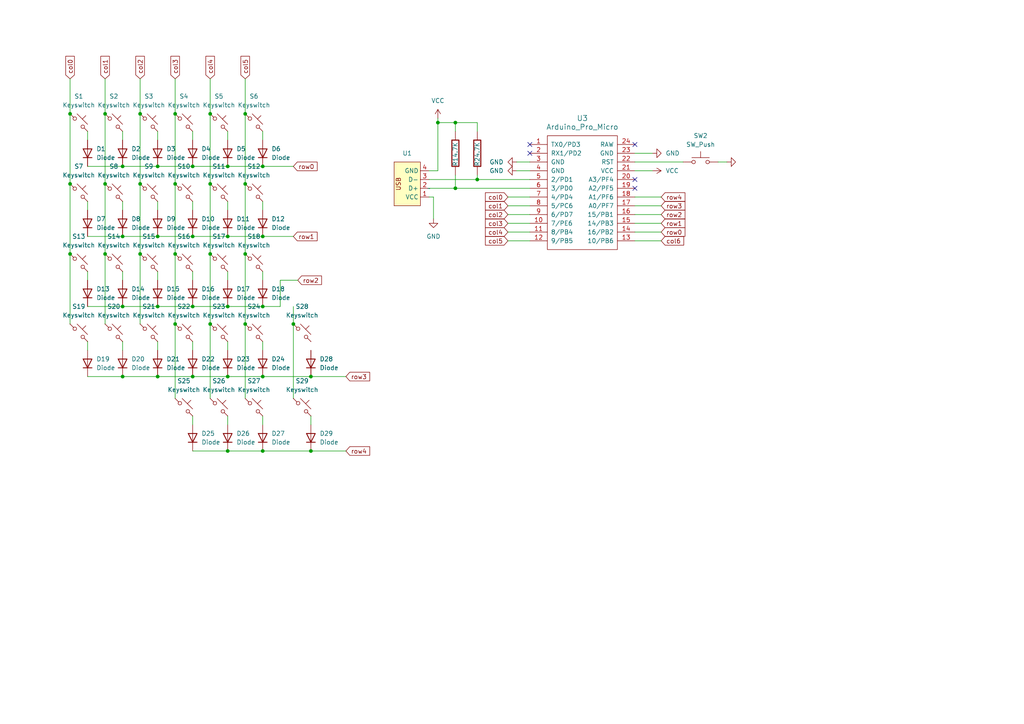
<source format=kicad_sch>
(kicad_sch (version 20230121) (generator eeschema)
  (paper "A4")
  (lib_symbols
    (symbol "ScottoKeebs:MCU_Arduino_Pro_Micro" (pin_names (offset 1.016))
      (property "Reference" "U" (at 0 0 0))
      (property "Value" "Arduino_Pro_Micro" (at 0 -19.05 0))
      (symbol "MCU_Arduino_Pro_Micro_0_1"
        (rectangle (start -10.16 16.51) (end 10.16 -16.51))
      )
      (symbol "MCU_Arduino_Pro_Micro_1_1"
        (pin input line (at -15.24 13.97 0) (length 5.08) (name "TX0/PD3") (number "1"))
        (pin input line (at -15.24 -8.89 0) (length 5.08) (name "7/PE6") (number "10"))
        (pin input line (at -15.24 -11.43 0) (length 5.08) (name "8/PB4") (number "11"))
        (pin input line (at -15.24 -13.97 0) (length 5.08) (name "9/PB5") (number "12"))
        (pin input line (at 15.24 -13.97 180) (length 5.08) (name "10/PB6") (number "13"))
        (pin input line (at 15.24 -11.43 180) (length 5.08) (name "16/PB2") (number "14"))
        (pin input line (at 15.24 -8.89 180) (length 5.08) (name "14/PB3") (number "15"))
        (pin input line (at 15.24 -6.35 180) (length 5.08) (name "15/PB1") (number "16"))
        (pin input line (at 15.24 -3.81 180) (length 5.08) (name "A0/PF7") (number "17"))
        (pin input line (at 15.24 -1.27 180) (length 5.08) (name "A1/PF6") (number "18"))
        (pin input line (at 15.24 1.27 180) (length 5.08) (name "A2/PF5") (number "19"))
        (pin input line (at -15.24 11.43 0) (length 5.08) (name "RX1/PD2") (number "2"))
        (pin input line (at 15.24 3.81 180) (length 5.08) (name "A3/PF4") (number "20"))
        (pin input line (at 15.24 6.35 180) (length 5.08) (name "VCC") (number "21"))
        (pin input line (at 15.24 8.89 180) (length 5.08) (name "RST") (number "22"))
        (pin input line (at 15.24 11.43 180) (length 5.08) (name "GND") (number "23"))
        (pin input line (at 15.24 13.97 180) (length 5.08) (name "RAW") (number "24"))
        (pin input line (at -15.24 8.89 0) (length 5.08) (name "GND") (number "3"))
        (pin input line (at -15.24 6.35 0) (length 5.08) (name "GND") (number "4"))
        (pin input line (at -15.24 3.81 0) (length 5.08) (name "2/PD1") (number "5"))
        (pin input line (at -15.24 1.27 0) (length 5.08) (name "3/PD0") (number "6"))
        (pin input line (at -15.24 -1.27 0) (length 5.08) (name "4/PD4") (number "7"))
        (pin input line (at -15.24 -3.81 0) (length 5.08) (name "5/PC6") (number "8"))
        (pin input line (at -15.24 -6.35 0) (length 5.08) (name "6/PD7") (number "9"))
      )
    )
    (symbol "ScottoKeebs:Placeholder_Diode" (pin_numbers hide) (pin_names hide)
      (property "Reference" "D" (at 0 2.54 0))
      (property "Value" "Diode" (at 0 -2.54 0))
      (symbol "Placeholder_Diode_0_1"
        (polyline (pts (xy -1.27 1.27) (xy -1.27 -1.27)) (stroke (width 0.254)))
        (polyline (pts (xy 1.27 0) (xy -1.27 0)))
        (polyline (pts (xy 1.27 1.27) (xy 1.27 -1.27) (xy -1.27 0) (xy 1.27 1.27)) (stroke (width 0.254)))
      )
      (symbol "Placeholder_Diode_1_1"
        (pin passive line (at -3.81 0 0) (length 2.54) (name "K") (number "1"))
        (pin passive line (at 3.81 0 180) (length 2.54) (name "A") (number "2"))
      )
    )
    (symbol "ScottoKeebs:Placeholder_Keyswitch" (pin_numbers hide) (pin_names (offset 1.016) hide)
      (property "Reference" "S" (at 3.048 1.016 0))
      (property "Value" "Keyswitch" (at 0 -3.81 0))
      (symbol "Placeholder_Keyswitch_0_1"
        (circle (center -1.1684 1.1684) (radius 0.508))
        (polyline (pts (xy -0.508 2.54) (xy 2.54 -0.508)))
        (polyline (pts (xy 1.016 1.016) (xy 2.032 2.032)))
        (polyline (pts (xy -2.54 2.54) (xy -1.524 1.524) (xy -1.524 1.524)))
        (polyline (pts (xy 1.524 -1.524) (xy 2.54 -2.54) (xy 2.54 -2.54) (xy 2.54 -2.54)))
        (circle (center 1.143 -1.1938) (radius 0.508))
        (pin passive line (at -2.54 2.54 0) (length 0) (name "1") (number "1"))
        (pin passive line (at 2.54 -2.54 180) (length 0) (name "2") (number "2"))
      )
    )
    (symbol "Switch:SW_Push" (pin_numbers hide) (pin_names (offset 1.016) hide)
      (property "Reference" "SW" (at 1.27 2.54 0))
      (property "Value" "SW_Push" (at 0 -1.524 0))
      (symbol "SW_Push_0_1"
        (circle (center -2.032 0) (radius 0.508))
        (polyline (pts (xy 0 1.27) (xy 0 3.048)))
        (polyline (pts (xy 2.54 1.27) (xy -2.54 1.27)))
        (circle (center 2.032 0) (radius 0.508))
        (pin passive line (at -5.08 0 0) (length 2.54) (name "1") (number "1"))
        (pin passive line (at 5.08 0 180) (length 2.54) (name "2") (number "2"))
      )
    )
    (symbol "Type_C_CWOB:TypeC_CWOB"
      (property "Reference" "U" (at 6.35 6.35 0))
      (symbol "TypeC_CWOB_1_1"
        (rectangle (start 2.54 5.08) (end 10.16 -7.62) (fill (type background)))
        (text "USB" (at 8.89 -1.27 900) (effects (font (size 1.27 1.27))))
        (pin power_in line (at 0 2.54 0) (length 2.54) (name "VCC") (number "1"))
        (pin bidirectional line (at 0 0 0) (length 2.54) (name "D+") (number "2"))
        (pin bidirectional line (at 0 -2.54 0) (length 2.54) (name "D-") (number "3"))
        (pin power_in line (at 0 -5.08 0) (length 2.54) (name "GND") (number "4"))
      )
    )
    (symbol "component:GND" (power) (pin_names (offset 0))
      (symbol "GND_0_1"
        (polyline (pts (xy 0 0) (xy 0 1.27) (xy 0 1.27)))
        (polyline (pts (xy -1.27 0) (xy 0 -1.27) (xy 1.27 0) (xy -1.27 0)))
      )
      (symbol "GND_1_1"
        (pin power_in line (at 0 1.27 270) (length 0) hide (name "GND") (number "1"))
      )
    )
    (symbol "component:RESISTOR" (pin_numbers hide) (pin_names (offset 0))
      (property "Reference" "R" (at 0 -2.54 90))
      (property "Value" "RESISTOR" (at 0 2.54 90))
      (symbol "RESISTOR_0_1"
        (rectangle (start -1.016 3.81) (end 1.016 -3.81) (stroke (width 0.3048)))
      )
      (symbol "RESISTOR_1_1"
        (pin passive line (at 0 6.35 270) (length 2.54) (name "~") (number "1"))
        (pin passive line (at 0 -6.35 90) (length 2.54) (name "~") (number "2"))
      )
    )
    (symbol "power:GND" (power) (pin_names (offset 0))
      (property "Value" "GND" (at 0 -3.81 0))
      (symbol "GND_0_1"
        (polyline (pts (xy 0 0) (xy 0 -1.27) (xy 1.27 -1.27) (xy 0 -2.54) (xy -1.27 -1.27) (xy 0 -1.27)))
      )
      (symbol "GND_1_1"
        (pin power_in line (at 0 0 270) (length 0) hide (name "GND") (number "1"))
      )
    )
    (symbol "power:VCC" (power) (pin_names (offset 0))
      (property "Value" "VCC" (at 0 3.81 0))
      (symbol "VCC_0_1"
        (polyline (pts (xy -0.762 1.27) (xy 0 2.54)))
        (polyline (pts (xy 0 0) (xy 0 2.54)))
        (polyline (pts (xy 0 2.54) (xy 0.762 1.27)))
      )
      (symbol "VCC_1_1"
        (pin power_in line (at 0 0 90) (length 0) hide (name "VCC") (number "1"))
      )
    )
  )
  (junction (at 45.72 48.26))
  (junction (at 40.64 53.34))
  (junction (at 127 35.56))
  (junction (at 71.12 93.98))
  (junction (at 66.04 88.9))
  (junction (at 71.12 73.66))
  (junction (at 30.48 33.02))
  (junction (at 55.88 109.22))
  (junction (at 35.56 88.9))
  (junction (at 66.04 48.26))
  (junction (at 50.8 33.02))
  (junction (at 132.08 35.56))
  (junction (at 66.04 68.58))
  (junction (at 35.56 48.26))
  (junction (at 60.96 93.98))
  (junction (at 90.17 109.22))
  (junction (at 20.32 33.02))
  (junction (at 71.12 33.02))
  (junction (at 76.2 68.58))
  (junction (at 71.12 53.34))
  (junction (at 40.64 73.66))
  (junction (at 66.04 130.81))
  (junction (at 20.32 73.66))
  (junction (at 50.8 73.66))
  (junction (at 76.2 88.9))
  (junction (at 55.88 68.58))
  (junction (at 40.64 33.02))
  (junction (at 45.72 88.9))
  (junction (at 30.48 73.66))
  (junction (at 45.72 109.22))
  (junction (at 132.08 54.61))
  (junction (at 55.88 88.9))
  (junction (at 35.56 109.22))
  (junction (at 50.8 93.98))
  (junction (at 60.96 73.66))
  (junction (at 30.48 53.34))
  (junction (at 90.17 130.81))
  (junction (at 60.96 33.02))
  (junction (at 138.43 52.07))
  (junction (at 55.88 48.26))
  (junction (at 50.8 53.34))
  (junction (at 66.04 109.22))
  (junction (at 35.56 68.58))
  (junction (at 45.72 68.58))
  (junction (at 20.32 53.34))
  (junction (at 76.2 109.22))
  (junction (at 60.96 53.34))
  (junction (at 85.09 93.98))
  (junction (at 76.2 48.26))
  (junction (at 76.2 130.81))
  (no_connect (at 184.15 41.91))
  (no_connect (at 184.15 54.61))
  (no_connect (at 153.67 44.45))
  (no_connect (at 184.15 52.07))
  (no_connect (at 153.67 41.91))
  (wire (pts (xy 147.32 64.77) (xy 153.67 64.77)))
  (wire (pts (xy 55.88 130.81) (xy 66.04 130.81)))
  (wire (pts (xy 132.08 50.8) (xy 132.08 54.61)))
  (wire (pts (xy 25.4 68.58) (xy 35.56 68.58)))
  (wire (pts (xy 55.88 38.1) (xy 55.88 40.64)))
  (wire (pts (xy 147.32 59.69) (xy 153.67 59.69)))
  (wire (pts (xy 76.2 99.06) (xy 76.2 101.6)))
  (wire (pts (xy 30.48 53.34) (xy 30.48 73.66)))
  (wire (pts (xy 71.12 22.86) (xy 71.12 33.02)))
  (wire (pts (xy 71.12 93.98) (xy 71.12 115.57)))
  (wire (pts (xy 132.08 54.61) (xy 153.67 54.61)))
  (wire (pts (xy 124.46 54.61) (xy 132.08 54.61)))
  (wire (pts (xy 55.88 68.58) (xy 66.04 68.58)))
  (wire (pts (xy 76.2 109.22) (xy 90.17 109.22)))
  (wire (pts (xy 90.17 109.22) (xy 100.33 109.22)))
  (wire (pts (xy 55.88 99.06) (xy 55.88 101.6)))
  (wire (pts (xy 124.46 49.53) (xy 127 49.53)))
  (wire (pts (xy 85.09 88.9) (xy 85.09 93.98)))
  (wire (pts (xy 20.32 73.66) (xy 20.32 93.98)))
  (wire (pts (xy 138.43 52.07) (xy 153.67 52.07)))
  (wire (pts (xy 25.4 109.22) (xy 35.56 109.22)))
  (wire (pts (xy 20.32 53.34) (xy 20.32 73.66)))
  (wire (pts (xy 20.32 22.86) (xy 20.32 33.02)))
  (wire (pts (xy 127 34.29) (xy 127 35.56)))
  (wire (pts (xy 20.32 33.02) (xy 20.32 53.34)))
  (wire (pts (xy 147.32 67.31) (xy 153.67 67.31)))
  (wire (pts (xy 35.56 38.1) (xy 35.56 40.64)))
  (wire (pts (xy 50.8 53.34) (xy 50.8 73.66)))
  (wire (pts (xy 25.4 58.42) (xy 25.4 60.96)))
  (wire (pts (xy 30.48 33.02) (xy 30.48 53.34)))
  (wire (pts (xy 35.56 48.26) (xy 45.72 48.26)))
  (wire (pts (xy 60.96 73.66) (xy 60.96 93.98)))
  (wire (pts (xy 85.09 93.98) (xy 85.09 115.57)))
  (wire (pts (xy 184.15 67.31) (xy 191.77 67.31)))
  (wire (pts (xy 66.04 130.81) (xy 76.2 130.81)))
  (wire (pts (xy 76.2 38.1) (xy 76.2 40.64)))
  (wire (pts (xy 40.64 22.86) (xy 40.64 33.02)))
  (wire (pts (xy 25.4 78.74) (xy 25.4 81.28)))
  (wire (pts (xy 81.28 81.28) (xy 86.36 81.28)))
  (wire (pts (xy 208.28 46.99) (xy 210.82 46.99)))
  (wire (pts (xy 45.72 99.06) (xy 45.72 101.6)))
  (wire (pts (xy 124.46 57.15) (xy 125.73 57.15)))
  (wire (pts (xy 35.56 109.22) (xy 45.72 109.22)))
  (wire (pts (xy 76.2 78.74) (xy 76.2 81.28)))
  (wire (pts (xy 55.88 78.74) (xy 55.88 81.28)))
  (wire (pts (xy 147.32 57.15) (xy 153.67 57.15)))
  (wire (pts (xy 76.2 48.26) (xy 85.09 48.26)))
  (wire (pts (xy 66.04 58.42) (xy 66.04 60.96)))
  (wire (pts (xy 45.72 78.74) (xy 45.72 81.28)))
  (wire (pts (xy 66.04 120.65) (xy 66.04 123.19)))
  (wire (pts (xy 90.17 130.81) (xy 100.33 130.81)))
  (wire (pts (xy 50.8 33.02) (xy 50.8 53.34)))
  (wire (pts (xy 184.15 62.23) (xy 191.77 62.23)))
  (wire (pts (xy 25.4 88.9) (xy 35.56 88.9)))
  (wire (pts (xy 76.2 130.81) (xy 90.17 130.81)))
  (wire (pts (xy 184.15 57.15) (xy 191.77 57.15)))
  (wire (pts (xy 184.15 46.99) (xy 198.12 46.99)))
  (wire (pts (xy 66.04 99.06) (xy 66.04 101.6)))
  (wire (pts (xy 50.8 73.66) (xy 50.8 93.98)))
  (wire (pts (xy 66.04 38.1) (xy 66.04 40.64)))
  (wire (pts (xy 66.04 109.22) (xy 76.2 109.22)))
  (wire (pts (xy 50.8 93.98) (xy 50.8 115.57)))
  (wire (pts (xy 35.56 68.58) (xy 45.72 68.58)))
  (wire (pts (xy 35.56 99.06) (xy 35.56 101.6)))
  (wire (pts (xy 81.28 88.9) (xy 81.28 81.28)))
  (wire (pts (xy 55.88 48.26) (xy 66.04 48.26)))
  (wire (pts (xy 124.46 52.07) (xy 138.43 52.07)))
  (wire (pts (xy 184.15 64.77) (xy 191.77 64.77)))
  (wire (pts (xy 147.32 62.23) (xy 153.67 62.23)))
  (wire (pts (xy 25.4 99.06) (xy 25.4 101.6)))
  (wire (pts (xy 71.12 73.66) (xy 71.12 93.98)))
  (wire (pts (xy 45.72 109.22) (xy 55.88 109.22)))
  (wire (pts (xy 30.48 73.66) (xy 30.48 93.98)))
  (wire (pts (xy 147.32 69.85) (xy 153.67 69.85)))
  (wire (pts (xy 45.72 38.1) (xy 45.72 40.64)))
  (wire (pts (xy 35.56 88.9) (xy 45.72 88.9)))
  (wire (pts (xy 45.72 48.26) (xy 55.88 48.26)))
  (wire (pts (xy 60.96 22.86) (xy 60.96 33.02)))
  (wire (pts (xy 76.2 68.58) (xy 85.09 68.58)))
  (wire (pts (xy 45.72 88.9) (xy 55.88 88.9)))
  (wire (pts (xy 66.04 48.26) (xy 76.2 48.26)))
  (wire (pts (xy 66.04 88.9) (xy 76.2 88.9)))
  (wire (pts (xy 66.04 68.58) (xy 76.2 68.58)))
  (wire (pts (xy 132.08 35.56) (xy 138.43 35.56)))
  (wire (pts (xy 40.64 73.66) (xy 40.64 93.98)))
  (wire (pts (xy 35.56 58.42) (xy 35.56 60.96)))
  (wire (pts (xy 45.72 68.58) (xy 55.88 68.58)))
  (wire (pts (xy 184.15 44.45) (xy 189.23 44.45)))
  (wire (pts (xy 184.15 69.85) (xy 191.77 69.85)))
  (wire (pts (xy 138.43 50.8) (xy 138.43 52.07)))
  (wire (pts (xy 125.73 57.15) (xy 125.73 63.5)))
  (wire (pts (xy 40.64 53.34) (xy 40.64 73.66)))
  (wire (pts (xy 184.15 49.53) (xy 189.23 49.53)))
  (wire (pts (xy 71.12 33.02) (xy 71.12 53.34)))
  (wire (pts (xy 149.86 49.53) (xy 153.67 49.53)))
  (wire (pts (xy 149.86 46.99) (xy 153.67 46.99)))
  (wire (pts (xy 45.72 58.42) (xy 45.72 60.96)))
  (wire (pts (xy 138.43 35.56) (xy 138.43 38.1)))
  (wire (pts (xy 25.4 38.1) (xy 25.4 40.64)))
  (wire (pts (xy 127 35.56) (xy 127 49.53)))
  (wire (pts (xy 35.56 78.74) (xy 35.56 81.28)))
  (wire (pts (xy 55.88 88.9) (xy 66.04 88.9)))
  (wire (pts (xy 25.4 48.26) (xy 35.56 48.26)))
  (wire (pts (xy 55.88 109.22) (xy 66.04 109.22)))
  (wire (pts (xy 71.12 53.34) (xy 71.12 73.66)))
  (wire (pts (xy 60.96 53.34) (xy 60.96 73.66)))
  (wire (pts (xy 50.8 22.86) (xy 50.8 33.02)))
  (wire (pts (xy 60.96 93.98) (xy 60.96 115.57)))
  (wire (pts (xy 40.64 33.02) (xy 40.64 53.34)))
  (wire (pts (xy 76.2 120.65) (xy 76.2 123.19)))
  (wire (pts (xy 55.88 120.65) (xy 55.88 123.19)))
  (wire (pts (xy 184.15 59.69) (xy 191.77 59.69)))
  (wire (pts (xy 127 35.56) (xy 132.08 35.56)))
  (wire (pts (xy 132.08 35.56) (xy 132.08 38.1)))
  (wire (pts (xy 66.04 78.74) (xy 66.04 81.28)))
  (wire (pts (xy 76.2 58.42) (xy 76.2 60.96)))
  (wire (pts (xy 30.48 22.86) (xy 30.48 33.02)))
  (wire (pts (xy 55.88 58.42) (xy 55.88 60.96)))
  (wire (pts (xy 90.17 120.65) (xy 90.17 123.19)))
  (wire (pts (xy 76.2 88.9) (xy 81.28 88.9)))
  (wire (pts (xy 60.96 33.02) (xy 60.96 53.34)))
  (global_label "row4" (shape input) (at 191.77 57.15 0) (property "Intersheetrefs" "${INTERSHEET_REFS}" (effects hide)))
  (global_label "row0" (shape input) (at 85.09 48.26 0) (property "Intersheetrefs" "${INTERSHEET_REFS}" (effects hide)))
  (global_label "col2" (shape input) (at 40.64 22.86 90) (property "Intersheetrefs" "${INTERSHEET_REFS}" (effects hide)))
  (global_label "row0" (shape input) (at 191.77 67.31 0) (property "Intersheetrefs" "${INTERSHEET_REFS}" (effects hide)))
  (global_label "col5" (shape input) (at 71.12 22.86 90) (property "Intersheetrefs" "${INTERSHEET_REFS}" (effects hide)))
  (global_label "row2" (shape input) (at 191.77 62.23 0) (property "Intersheetrefs" "${INTERSHEET_REFS}" (effects hide)))
  (global_label "row3" (shape input) (at 100.33 109.22 0) (property "Intersheetrefs" "${INTERSHEET_REFS}" (effects hide)))
  (global_label "col5" (shape input) (at 147.32 69.85 180) (property "Intersheetrefs" "${INTERSHEET_REFS}" (effects hide)))
  (global_label "col0" (shape input) (at 20.32 22.86 90) (property "Intersheetrefs" "${INTERSHEET_REFS}" (effects hide)))
  (global_label "col1" (shape input) (at 147.32 59.69 180) (property "Intersheetrefs" "${INTERSHEET_REFS}" (effects hide)))
  (global_label "col2" (shape input) (at 147.32 62.23 180) (property "Intersheetrefs" "${INTERSHEET_REFS}" (effects hide)))
  (global_label "col4" (shape input) (at 147.32 67.31 180) (property "Intersheetrefs" "${INTERSHEET_REFS}" (effects hide)))
  (global_label "col0" (shape input) (at 147.32 57.15 180) (property "Intersheetrefs" "${INTERSHEET_REFS}" (effects hide)))
  (global_label "row1" (shape input) (at 191.77 64.77 0) (property "Intersheetrefs" "${INTERSHEET_REFS}" (effects hide)))
  (global_label "col1" (shape input) (at 30.48 22.86 90) (property "Intersheetrefs" "${INTERSHEET_REFS}" (effects hide)))
  (global_label "col3" (shape input) (at 147.32 64.77 180) (property "Intersheetrefs" "${INTERSHEET_REFS}" (effects hide)))
  (global_label "row1" (shape input) (at 85.09 68.58 0) (property "Intersheetrefs" "${INTERSHEET_REFS}" (effects hide)))
  (global_label "row2" (shape input) (at 86.36 81.28 0) (property "Intersheetrefs" "${INTERSHEET_REFS}" (effects hide)))
  (global_label "col3" (shape input) (at 50.8 22.86 90) (property "Intersheetrefs" "${INTERSHEET_REFS}" (effects hide)))
  (global_label "col4" (shape input) (at 60.96 22.86 90) (property "Intersheetrefs" "${INTERSHEET_REFS}" (effects hide)))
  (global_label "row3" (shape input) (at 191.77 59.69 0) (property "Intersheetrefs" "${INTERSHEET_REFS}" (effects hide)))
  (global_label "col6" (shape input) (at 191.77 69.85 0) (property "Intersheetrefs" "${INTERSHEET_REFS}" (effects hide)))
  (global_label "row4" (shape input) (at 100.33 130.81 0) (property "Intersheetrefs" "${INTERSHEET_REFS}" (effects hide)))
  (symbol (lib_id "ScottoKeebs:Placeholder_Keyswitch") (at 73.66 55.88 0) (unit 1)
    (property "Reference" "S12" (at 73.66 48.26 0))
    (property "Value" "Keyswitch" (at 73.66 50.8 0))
    (property "Footprint" "yuchi_kbd_lib.pretty-master:CherryMX_Hotswap" (effects hide))
  )
  (symbol (lib_id "Switch:SW_Push") (at 203.2 46.99 0) (unit 1)
    (property "Reference" "SW2" (at 203.2 39.37 0))
    (property "Value" "SW_Push" (at 203.2 41.91 0))
    (property "Footprint" "yuchi_kbd_lib.pretty-master:RESET2" (effects hide))
  )
  (symbol (lib_id "ScottoKeebs:Placeholder_Keyswitch") (at 63.5 118.11 0) (unit 1)
    (property "Reference" "S26" (at 63.5 110.49 0))
    (property "Value" "Keyswitch" (at 63.5 113.03 0))
    (property "Footprint" "yuchi_kbd_lib.pretty-master:CherryMX_Hotswap" (effects hide))
  )
  (symbol (lib_id "ScottoKeebs:Placeholder_Diode") (at 25.4 85.09 90) (unit 1)
    (property "Reference" "D13" (at 27.94 83.82 90) (effects (justify right)))
    (property "Value" "Diode" (at 27.94 86.36 90) (effects (justify right)))
    (property "Footprint" "yuchi_kbd_lib.pretty-master:Diode_SOD123" (effects hide))
    (property "Sim.Device" "D" (effects hide))
    (property "Sim.Pins" "1=K 2=A" (effects hide))
  )
  (symbol (lib_id "ScottoKeebs:Placeholder_Diode") (at 90.17 105.41 90) (unit 1)
    (property "Reference" "D28" (at 92.71 104.14 90) (effects (justify right)))
    (property "Value" "Diode" (at 92.71 106.68 90) (effects (justify right)))
    (property "Footprint" "yuchi_kbd_lib.pretty-master:Diode_SOD123" (effects hide))
    (property "Sim.Device" "D" (effects hide))
    (property "Sim.Pins" "1=K 2=A" (effects hide))
  )
  (symbol (lib_id "ScottoKeebs:Placeholder_Keyswitch") (at 33.02 96.52 0) (unit 1)
    (property "Reference" "S20" (at 33.02 88.9 0))
    (property "Value" "Keyswitch" (at 33.02 91.44 0))
    (property "Footprint" "yuchi_kbd_lib.pretty-master:CherryMX_Hotswap" (effects hide))
  )
  (symbol (lib_id "ScottoKeebs:Placeholder_Keyswitch") (at 73.66 96.52 0) (unit 1)
    (property "Reference" "S24" (at 73.66 88.9 0))
    (property "Value" "Keyswitch" (at 73.66 91.44 0))
    (property "Footprint" "yuchi_kbd_lib.pretty-master:CherryMX_Hotswap" (effects hide))
  )
  (symbol (lib_id "ScottoKeebs:Placeholder_Diode") (at 45.72 105.41 90) (unit 1)
    (property "Reference" "D21" (at 48.26 104.14 90) (effects (justify right)))
    (property "Value" "Diode" (at 48.26 106.68 90) (effects (justify right)))
    (property "Footprint" "yuchi_kbd_lib.pretty-master:Diode_SOD123" (effects hide))
    (property "Sim.Device" "D" (effects hide))
    (property "Sim.Pins" "1=K 2=A" (effects hide))
  )
  (symbol (lib_id "ScottoKeebs:Placeholder_Keyswitch") (at 22.86 35.56 0) (unit 1)
    (property "Reference" "S1" (at 22.86 27.94 0))
    (property "Value" "Keyswitch" (at 22.86 30.48 0))
    (property "Footprint" "yuchi_kbd_lib.pretty-master:CherryMX_Hotswap" (effects hide))
  )
  (symbol (lib_id "ScottoKeebs:Placeholder_Keyswitch") (at 22.86 76.2 0) (unit 1)
    (property "Reference" "S13" (at 22.86 68.58 0))
    (property "Value" "Keyswitch" (at 22.86 71.12 0))
    (property "Footprint" "yuchi_kbd_lib.pretty-master:CherryMX_Hotswap" (effects hide))
  )
  (symbol (lib_id "ScottoKeebs:Placeholder_Diode") (at 35.56 85.09 90) (unit 1)
    (property "Reference" "D14" (at 38.1 83.82 90) (effects (justify right)))
    (property "Value" "Diode" (at 38.1 86.36 90) (effects (justify right)))
    (property "Footprint" "yuchi_kbd_lib.pretty-master:Diode_SOD123" (effects hide))
    (property "Sim.Device" "D" (effects hide))
    (property "Sim.Pins" "1=K 2=A" (effects hide))
  )
  (symbol (lib_id "ScottoKeebs:Placeholder_Diode") (at 76.2 85.09 90) (unit 1)
    (property "Reference" "D18" (at 78.74 83.82 90) (effects (justify right)))
    (property "Value" "Diode" (at 78.74 86.36 90) (effects (justify right)))
    (property "Footprint" "yuchi_kbd_lib.pretty-master:Diode_SOD123" (effects hide))
    (property "Sim.Device" "D" (effects hide))
    (property "Sim.Pins" "1=K 2=A" (effects hide))
  )
  (symbol (lib_id "ScottoKeebs:Placeholder_Diode") (at 90.17 127 90) (unit 1)
    (property "Reference" "D29" (at 92.71 125.73 90) (effects (justify right)))
    (property "Value" "Diode" (at 92.71 128.27 90) (effects (justify right)))
    (property "Footprint" "yuchi_kbd_lib.pretty-master:Diode_SOD123" (effects hide))
    (property "Sim.Device" "D" (effects hide))
    (property "Sim.Pins" "1=K 2=A" (effects hide))
  )
  (symbol (lib_id "power:VCC") (at 127 34.29 0) (unit 1)
    (property "Reference" "#PWR02" (effects hide))
    (property "Value" "VCC" (at 127 29.21 0))
  )
  (symbol (lib_id "ScottoKeebs:Placeholder_Diode") (at 55.88 127 90) (unit 1)
    (property "Reference" "D25" (at 58.42 125.73 90) (effects (justify right)))
    (property "Value" "Diode" (at 58.42 128.27 90) (effects (justify right)))
    (property "Footprint" "yuchi_kbd_lib.pretty-master:Diode_SOD123" (effects hide))
    (property "Sim.Device" "D" (effects hide))
    (property "Sim.Pins" "1=K 2=A" (effects hide))
  )
  (symbol (lib_id "ScottoKeebs:Placeholder_Diode") (at 45.72 64.77 90) (unit 1)
    (property "Reference" "D9" (at 48.26 63.5 90) (effects (justify right)))
    (property "Value" "Diode" (at 48.26 66.04 90) (effects (justify right)))
    (property "Footprint" "yuchi_kbd_lib.pretty-master:Diode_SOD123" (effects hide))
    (property "Sim.Device" "D" (effects hide))
    (property "Sim.Pins" "1=K 2=A" (effects hide))
  )
  (symbol (lib_id "ScottoKeebs:Placeholder_Keyswitch") (at 33.02 76.2 0) (unit 1)
    (property "Reference" "S14" (at 33.02 68.58 0))
    (property "Value" "Keyswitch" (at 33.02 71.12 0))
    (property "Footprint" "yuchi_kbd_lib.pretty-master:CherryMX_Hotswap" (effects hide))
  )
  (symbol (lib_id "ScottoKeebs:Placeholder_Diode") (at 55.88 44.45 90) (unit 1)
    (property "Reference" "D4" (at 58.42 43.18 90) (effects (justify right)))
    (property "Value" "Diode" (at 58.42 45.72 90) (effects (justify right)))
    (property "Footprint" "yuchi_kbd_lib.pretty-master:Diode_SOD123" (effects hide))
    (property "Sim.Device" "D" (effects hide))
    (property "Sim.Pins" "1=K 2=A" (effects hide))
  )
  (symbol (lib_id "power:GND") (at 149.86 49.53 270) (unit 1)
    (property "Reference" "#PWR04" (effects hide))
    (property "Value" "GND" (at 146.05 49.53 90) (effects (justify right)))
  )
  (symbol (lib_id "component:GND") (at 212.09 46.99 90) (unit 1)
    (property "Reference" "#PWR07" (effects hide))
    (property "Value" "GND" (effects hide))
  )
  (symbol (lib_id "ScottoKeebs:Placeholder_Diode") (at 66.04 127 90) (unit 1)
    (property "Reference" "D26" (at 68.58 125.73 90) (effects (justify right)))
    (property "Value" "Diode" (at 68.58 128.27 90) (effects (justify right)))
    (property "Footprint" "yuchi_kbd_lib.pretty-master:Diode_SOD123" (effects hide))
    (property "Sim.Device" "D" (effects hide))
    (property "Sim.Pins" "1=K 2=A" (effects hide))
  )
  (symbol (lib_id "ScottoKeebs:Placeholder_Keyswitch") (at 53.34 118.11 0) (unit 1)
    (property "Reference" "S25" (at 53.34 110.49 0))
    (property "Value" "Keyswitch" (at 53.34 113.03 0))
    (property "Footprint" "yuchi_kbd_lib.pretty-master:CherryMX_Hotswap" (effects hide))
  )
  (symbol (lib_id "ScottoKeebs:Placeholder_Diode") (at 76.2 44.45 90) (unit 1)
    (property "Reference" "D6" (at 78.74 43.18 90) (effects (justify right)))
    (property "Value" "Diode" (at 78.74 45.72 90) (effects (justify right)))
    (property "Footprint" "yuchi_kbd_lib.pretty-master:Diode_SOD123" (effects hide))
    (property "Sim.Device" "D" (effects hide))
    (property "Sim.Pins" "1=K 2=A" (effects hide))
  )
  (symbol (lib_id "ScottoKeebs:Placeholder_Diode") (at 35.56 44.45 90) (unit 1)
    (property "Reference" "D2" (at 38.1 43.18 90) (effects (justify right)))
    (property "Value" "Diode" (at 38.1 45.72 90) (effects (justify right)))
    (property "Footprint" "yuchi_kbd_lib.pretty-master:Diode_SOD123" (effects hide))
    (property "Sim.Device" "D" (effects hide))
    (property "Sim.Pins" "1=K 2=A" (effects hide))
  )
  (symbol (lib_id "ScottoKeebs:Placeholder_Keyswitch") (at 63.5 55.88 0) (unit 1)
    (property "Reference" "S11" (at 63.5 48.26 0))
    (property "Value" "Keyswitch" (at 63.5 50.8 0))
    (property "Footprint" "yuchi_kbd_lib.pretty-master:CherryMX_Hotswap" (effects hide))
  )
  (symbol (lib_id "ScottoKeebs:Placeholder_Diode") (at 35.56 105.41 90) (unit 1)
    (property "Reference" "D20" (at 38.1 104.14 90) (effects (justify right)))
    (property "Value" "Diode" (at 38.1 106.68 90) (effects (justify right)))
    (property "Footprint" "yuchi_kbd_lib.pretty-master:Diode_SOD123" (effects hide))
    (property "Sim.Device" "D" (effects hide))
    (property "Sim.Pins" "1=K 2=A" (effects hide))
  )
  (symbol (lib_id "ScottoKeebs:Placeholder_Keyswitch") (at 33.02 55.88 0) (unit 1)
    (property "Reference" "S8" (at 33.02 48.26 0))
    (property "Value" "Keyswitch" (at 33.02 50.8 0))
    (property "Footprint" "yuchi_kbd_lib.pretty-master:CherryMX_Hotswap" (effects hide))
  )
  (symbol (lib_id "ScottoKeebs:Placeholder_Keyswitch") (at 53.34 55.88 0) (unit 1)
    (property "Reference" "S10" (at 53.34 48.26 0))
    (property "Value" "Keyswitch" (at 53.34 50.8 0))
    (property "Footprint" "yuchi_kbd_lib.pretty-master:CherryMX_Hotswap" (effects hide))
  )
  (symbol (lib_id "power:GND") (at 149.86 46.99 270) (unit 1)
    (property "Reference" "#PWR03" (effects hide))
    (property "Value" "GND" (at 146.05 46.99 90) (effects (justify right)))
  )
  (symbol (lib_id "ScottoKeebs:Placeholder_Keyswitch") (at 63.5 35.56 0) (unit 1)
    (property "Reference" "S5" (at 63.5 27.94 0))
    (property "Value" "Keyswitch" (at 63.5 30.48 0))
    (property "Footprint" "yuchi_kbd_lib.pretty-master:CherryMX_Hotswap" (effects hide))
  )
  (symbol (lib_id "ScottoKeebs:Placeholder_Diode") (at 25.4 64.77 90) (unit 1)
    (property "Reference" "D7" (at 27.94 63.5 90) (effects (justify right)))
    (property "Value" "Diode" (at 27.94 66.04 90) (effects (justify right)))
    (property "Footprint" "yuchi_kbd_lib.pretty-master:Diode_SOD123" (effects hide))
    (property "Sim.Device" "D" (effects hide))
    (property "Sim.Pins" "1=K 2=A" (effects hide))
  )
  (symbol (lib_id "ScottoKeebs:Placeholder_Diode") (at 76.2 105.41 90) (unit 1)
    (property "Reference" "D24" (at 78.74 104.14 90) (effects (justify right)))
    (property "Value" "Diode" (at 78.74 106.68 90) (effects (justify right)))
    (property "Footprint" "yuchi_kbd_lib.pretty-master:Diode_SOD123" (effects hide))
    (property "Sim.Device" "D" (effects hide))
    (property "Sim.Pins" "1=K 2=A" (effects hide))
  )
  (symbol (lib_id "ScottoKeebs:Placeholder_Diode") (at 55.88 64.77 90) (unit 1)
    (property "Reference" "D10" (at 58.42 63.5 90) (effects (justify right)))
    (property "Value" "Diode" (at 58.42 66.04 90) (effects (justify right)))
    (property "Footprint" "yuchi_kbd_lib.pretty-master:Diode_SOD123" (effects hide))
    (property "Sim.Device" "D" (effects hide))
    (property "Sim.Pins" "1=K 2=A" (effects hide))
  )
  (symbol (lib_id "ScottoKeebs:Placeholder_Diode") (at 66.04 85.09 90) (unit 1)
    (property "Reference" "D17" (at 68.58 83.82 90) (effects (justify right)))
    (property "Value" "Diode" (at 68.58 86.36 90) (effects (justify right)))
    (property "Footprint" "yuchi_kbd_lib.pretty-master:Diode_SOD123" (effects hide))
    (property "Sim.Device" "D" (effects hide))
    (property "Sim.Pins" "1=K 2=A" (effects hide))
  )
  (symbol (lib_id "ScottoKeebs:Placeholder_Keyswitch") (at 43.18 35.56 0) (unit 1)
    (property "Reference" "S3" (at 43.18 27.94 0))
    (property "Value" "Keyswitch" (at 43.18 30.48 0))
    (property "Footprint" "yuchi_kbd_lib.pretty-master:CherryMX_Hotswap" (effects hide))
  )
  (symbol (lib_id "ScottoKeebs:Placeholder_Diode") (at 76.2 64.77 90) (unit 1)
    (property "Reference" "D12" (at 78.74 63.5 90) (effects (justify right)))
    (property "Value" "Diode" (at 78.74 66.04 90) (effects (justify right)))
    (property "Footprint" "yuchi_kbd_lib.pretty-master:Diode_SOD123" (effects hide))
    (property "Sim.Device" "D" (effects hide))
    (property "Sim.Pins" "1=K 2=A" (effects hide))
  )
  (symbol (lib_id "ScottoKeebs:Placeholder_Keyswitch") (at 22.86 96.52 0) (unit 1)
    (property "Reference" "S19" (at 22.86 88.9 0))
    (property "Value" "Keyswitch" (at 22.86 91.44 0))
    (property "Footprint" "yuchi_kbd_lib.pretty-master:CherryMX_Hotswap" (effects hide))
  )
  (symbol (lib_id "ScottoKeebs:Placeholder_Keyswitch") (at 53.34 35.56 0) (unit 1)
    (property "Reference" "S4" (at 53.34 27.94 0))
    (property "Value" "Keyswitch" (at 53.34 30.48 0))
    (property "Footprint" "yuchi_kbd_lib.pretty-master:CherryMX_Hotswap" (effects hide))
  )
  (symbol (lib_id "ScottoKeebs:MCU_Arduino_Pro_Micro") (at 168.91 55.88 0) (unit 1)
    (property "Reference" "U3" (at 168.91 34.29 0) (effects (font (size 1.524 1.524))))
    (property "Value" "Arduino_Pro_Micro" (at 168.91 36.83 0) (effects (font (size 1.524 1.524))))
    (property "Footprint" "yuchi_kbd_lib.pretty-master:ProMicro2" (effects hide))
  )
  (symbol (lib_id "ScottoKeebs:Placeholder_Diode") (at 45.72 85.09 90) (unit 1)
    (property "Reference" "D15" (at 48.26 83.82 90) (effects (justify right)))
    (property "Value" "Diode" (at 48.26 86.36 90) (effects (justify right)))
    (property "Footprint" "yuchi_kbd_lib.pretty-master:Diode_SOD123" (effects hide))
    (property "Sim.Device" "D" (effects hide))
    (property "Sim.Pins" "1=K 2=A" (effects hide))
  )
  (symbol (lib_id "ScottoKeebs:Placeholder_Diode") (at 66.04 44.45 90) (unit 1)
    (property "Reference" "D5" (at 68.58 43.18 90) (effects (justify right)))
    (property "Value" "Diode" (at 68.58 45.72 90) (effects (justify right)))
    (property "Footprint" "yuchi_kbd_lib.pretty-master:Diode_SOD123" (effects hide))
    (property "Sim.Device" "D" (effects hide))
    (property "Sim.Pins" "1=K 2=A" (effects hide))
  )
  (symbol (lib_id "ScottoKeebs:Placeholder_Keyswitch") (at 53.34 76.2 0) (unit 1)
    (property "Reference" "S16" (at 53.34 68.58 0))
    (property "Value" "Keyswitch" (at 53.34 71.12 0))
    (property "Footprint" "yuchi_kbd_lib.pretty-master:CherryMX_Hotswap" (effects hide))
  )
  (symbol (lib_id "Type_C_CWOB:TypeC_CWOB") (at 124.46 54.61 180) (unit 1)
    (property "Reference" "U1" (at 118.11 44.45 0))
    (property "Value" "~" (at 124.46 54.61 0))
    (property "Footprint" "ghostexz_library:4pin_USB_on_PCB" (effects hide))
  )
  (symbol (lib_id "ScottoKeebs:Placeholder_Diode") (at 25.4 44.45 90) (unit 1)
    (property "Reference" "D1" (at 27.94 43.18 90) (effects (justify right)))
    (property "Value" "Diode" (at 27.94 45.72 90) (effects (justify right)))
    (property "Footprint" "yuchi_kbd_lib.pretty-master:Diode_SOD123" (effects hide))
    (property "Sim.Device" "D" (effects hide))
    (property "Sim.Pins" "1=K 2=A" (effects hide))
  )
  (symbol (lib_id "power:GND") (at 125.73 63.5 0) (unit 1)
    (property "Reference" "#PWR01" (effects hide))
    (property "Value" "GND" (at 125.73 68.58 0))
  )
  (symbol (lib_id "ScottoKeebs:Placeholder_Keyswitch") (at 63.5 96.52 0) (unit 1)
    (property "Reference" "S23" (at 63.5 88.9 0))
    (property "Value" "Keyswitch" (at 63.5 91.44 0))
    (property "Footprint" "yuchi_kbd_lib.pretty-master:CherryMX_Hotswap" (effects hide))
  )
  (symbol (lib_id "ScottoKeebs:Placeholder_Keyswitch") (at 43.18 76.2 0) (unit 1)
    (property "Reference" "S15" (at 43.18 68.58 0))
    (property "Value" "Keyswitch" (at 43.18 71.12 0))
    (property "Footprint" "yuchi_kbd_lib.pretty-master:CherryMX_Hotswap" (effects hide))
  )
  (symbol (lib_id "ScottoKeebs:Placeholder_Keyswitch") (at 87.63 118.11 0) (unit 1)
    (property "Reference" "S29" (at 87.63 110.49 0))
    (property "Value" "Keyswitch" (at 87.63 113.03 0))
    (property "Footprint" "yuchi_kbd_lib.pretty-master:CherryMX_Hotswap" (effects hide))
  )
  (symbol (lib_id "ScottoKeebs:Placeholder_Keyswitch") (at 33.02 35.56 0) (unit 1)
    (property "Reference" "S2" (at 33.02 27.94 0))
    (property "Value" "Keyswitch" (at 33.02 30.48 0))
    (property "Footprint" "yuchi_kbd_lib.pretty-master:CherryMX_Hotswap" (effects hide))
  )
  (symbol (lib_id "ScottoKeebs:Placeholder_Diode") (at 66.04 105.41 90) (unit 1)
    (property "Reference" "D23" (at 68.58 104.14 90) (effects (justify right)))
    (property "Value" "Diode" (at 68.58 106.68 90) (effects (justify right)))
    (property "Footprint" "yuchi_kbd_lib.pretty-master:Diode_SOD123" (effects hide))
    (property "Sim.Device" "D" (effects hide))
    (property "Sim.Pins" "1=K 2=A" (effects hide))
  )
  (symbol (lib_id "power:GND") (at 189.23 44.45 90) (unit 1)
    (property "Reference" "#PWR05" (effects hide))
    (property "Value" "GND" (at 193.04 44.45 90) (effects (justify right)))
  )
  (symbol (lib_id "component:RESISTOR") (at 138.43 44.45 0) (unit 1)
    (property "Reference" "R2" (at 138.43 48.26 90) (effects (justify left)))
    (property "Value" "4.7K" (at 138.43 45.72 90) (effects (justify left)))
    (property "Footprint" "Resistor_SMD:R_0805_2012Metric" (effects hide))
  )
  (symbol (lib_id "ScottoKeebs:Placeholder_Diode") (at 35.56 64.77 90) (unit 1)
    (property "Reference" "D8" (at 38.1 63.5 90) (effects (justify right)))
    (property "Value" "Diode" (at 38.1 66.04 90) (effects (justify right)))
    (property "Footprint" "yuchi_kbd_lib.pretty-master:Diode_SOD123" (effects hide))
    (property "Sim.Device" "D" (effects hide))
    (property "Sim.Pins" "1=K 2=A" (effects hide))
  )
  (symbol (lib_id "ScottoKeebs:Placeholder_Keyswitch") (at 73.66 76.2 0) (unit 1)
    (property "Reference" "S18" (at 73.66 68.58 0))
    (property "Value" "Keyswitch" (at 73.66 71.12 0))
    (property "Footprint" "yuchi_kbd_lib.pretty-master:CherryMX_Hotswap" (effects hide))
  )
  (symbol (lib_id "ScottoKeebs:Placeholder_Diode") (at 55.88 105.41 90) (unit 1)
    (property "Reference" "D22" (at 58.42 104.14 90) (effects (justify right)))
    (property "Value" "Diode" (at 58.42 106.68 90) (effects (justify right)))
    (property "Footprint" "yuchi_kbd_lib.pretty-master:Diode_SOD123" (effects hide))
    (property "Sim.Device" "D" (effects hide))
    (property "Sim.Pins" "1=K 2=A" (effects hide))
  )
  (symbol (lib_id "ScottoKeebs:Placeholder_Keyswitch") (at 43.18 55.88 0) (unit 1)
    (property "Reference" "S9" (at 43.18 48.26 0))
    (property "Value" "Keyswitch" (at 43.18 50.8 0))
    (property "Footprint" "yuchi_kbd_lib.pretty-master:CherryMX_Hotswap" (effects hide))
  )
  (symbol (lib_id "ScottoKeebs:Placeholder_Keyswitch") (at 22.86 55.88 0) (unit 1)
    (property "Reference" "S7" (at 22.86 48.26 0))
    (property "Value" "Keyswitch" (at 22.86 50.8 0))
    (property "Footprint" "yuchi_kbd_lib.pretty-master:CherryMX_Hotswap" (effects hide))
  )
  (symbol (lib_id "ScottoKeebs:Placeholder_Keyswitch") (at 43.18 96.52 0) (unit 1)
    (property "Reference" "S21" (at 43.18 88.9 0))
    (property "Value" "Keyswitch" (at 43.18 91.44 0))
    (property "Footprint" "yuchi_kbd_lib.pretty-master:CherryMX_Hotswap" (effects hide))
  )
  (symbol (lib_id "ScottoKeebs:Placeholder_Keyswitch") (at 73.66 35.56 0) (unit 1)
    (property "Reference" "S6" (at 73.66 27.94 0))
    (property "Value" "Keyswitch" (at 73.66 30.48 0))
    (property "Footprint" "yuchi_kbd_lib.pretty-master:CherryMX_Hotswap" (effects hide))
  )
  (symbol (lib_id "ScottoKeebs:Placeholder_Diode") (at 25.4 105.41 90) (unit 1)
    (property "Reference" "D19" (at 27.94 104.14 90) (effects (justify right)))
    (property "Value" "Diode" (at 27.94 106.68 90) (effects (justify right)))
    (property "Footprint" "yuchi_kbd_lib.pretty-master:Diode_SOD123" (effects hide))
    (property "Sim.Device" "D" (effects hide))
    (property "Sim.Pins" "1=K 2=A" (effects hide))
  )
  (symbol (lib_id "ScottoKeebs:Placeholder_Keyswitch") (at 73.66 118.11 0) (unit 1)
    (property "Reference" "S27" (at 73.66 110.49 0))
    (property "Value" "Keyswitch" (at 73.66 113.03 0))
    (property "Footprint" "yuchi_kbd_lib.pretty-master:CherryMX_Hotswap" (effects hide))
  )
  (symbol (lib_id "ScottoKeebs:Placeholder_Keyswitch") (at 63.5 76.2 0) (unit 1)
    (property "Reference" "S17" (at 63.5 68.58 0))
    (property "Value" "Keyswitch" (at 63.5 71.12 0))
    (property "Footprint" "yuchi_kbd_lib.pretty-master:CherryMX_Hotswap" (effects hide))
  )
  (symbol (lib_id "ScottoKeebs:Placeholder_Diode") (at 45.72 44.45 90) (unit 1)
    (property "Reference" "D3" (at 48.26 43.18 90) (effects (justify right)))
    (property "Value" "Diode" (at 48.26 45.72 90) (effects (justify right)))
    (property "Footprint" "yuchi_kbd_lib.pretty-master:Diode_SOD123" (effects hide))
    (property "Sim.Device" "D" (effects hide))
    (property "Sim.Pins" "1=K 2=A" (effects hide))
  )
  (symbol (lib_id "ScottoKeebs:Placeholder_Diode") (at 55.88 85.09 90) (unit 1)
    (property "Reference" "D16" (at 58.42 83.82 90) (effects (justify right)))
    (property "Value" "Diode" (at 58.42 86.36 90) (effects (justify right)))
    (property "Footprint" "yuchi_kbd_lib.pretty-master:Diode_SOD123" (effects hide))
    (property "Sim.Device" "D" (effects hide))
    (property "Sim.Pins" "1=K 2=A" (effects hide))
  )
  (symbol (lib_id "ScottoKeebs:Placeholder_Keyswitch") (at 53.34 96.52 0) (unit 1)
    (property "Reference" "S22" (at 53.34 88.9 0))
    (property "Value" "Keyswitch" (at 53.34 91.44 0))
    (property "Footprint" "yuchi_kbd_lib.pretty-master:CherryMX_Hotswap" (effects hide))
  )
  (symbol (lib_id "component:RESISTOR") (at 132.08 44.45 0) (unit 1)
    (property "Reference" "R1" (at 132.08 48.26 90) (effects (justify left)))
    (property "Value" "4.7K" (at 132.08 45.72 90) (effects (justify left)))
    (property "Footprint" "Resistor_SMD:R_0805_2012Metric" (effects hide))
  )
  (symbol (lib_id "ScottoKeebs:Placeholder_Diode") (at 76.2 127 90) (unit 1)
    (property "Reference" "D27" (at 78.74 125.73 90) (effects (justify right)))
    (property "Value" "Diode" (at 78.74 128.27 90) (effects (justify right)))
    (property "Footprint" "yuchi_kbd_lib.pretty-master:Diode_SOD123" (effects hide))
    (property "Sim.Device" "D" (effects hide))
    (property "Sim.Pins" "1=K 2=A" (effects hide))
  )
  (symbol (lib_id "ScottoKeebs:Placeholder_Diode") (at 66.04 64.77 90) (unit 1)
    (property "Reference" "D11" (at 68.58 63.5 90) (effects (justify right)))
    (property "Value" "Diode" (at 68.58 66.04 90) (effects (justify right)))
    (property "Footprint" "yuchi_kbd_lib.pretty-master:Diode_SOD123" (effects hide))
    (property "Sim.Device" "D" (effects hide))
    (property "Sim.Pins" "1=K 2=A" (effects hide))
  )
  (symbol (lib_id "power:VCC") (at 189.23 49.53 270) (unit 1)
    (property "Reference" "#PWR06" (effects hide))
    (property "Value" "VCC" (at 193.04 49.53 90) (effects (justify left)))
  )
  (symbol (lib_id "ScottoKeebs:Placeholder_Keyswitch") (at 87.63 96.52 0) (unit 1)
    (property "Reference" "S28" (at 87.63 88.9 0))
    (property "Value" "Keyswitch" (at 87.63 91.44 0))
    (property "Footprint" "yuchi_kbd_lib.pretty-master:CherryMX_Hotswap" (effects hide))
  )
)
</source>
